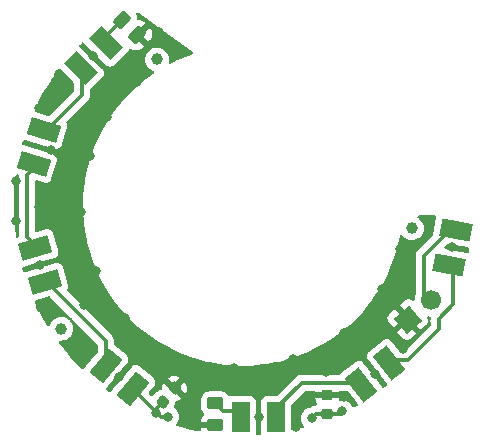
<source format=gbr>
G04 #@! TF.GenerationSoftware,KiCad,Pcbnew,6.0.4-6f826c9f35~116~ubuntu21.10.1*
G04 #@! TF.CreationDate,2023-01-05T16:01:04-05:00*
G04 #@! TF.ProjectId,T36VAIllumination,54333656-4149-46c6-9c75-6d696e617469,rev?*
G04 #@! TF.SameCoordinates,PX1c9c380PYa21fe80*
G04 #@! TF.FileFunction,Copper,L1,Top*
G04 #@! TF.FilePolarity,Positive*
%FSLAX46Y46*%
G04 Gerber Fmt 4.6, Leading zero omitted, Abs format (unit mm)*
G04 Created by KiCad (PCBNEW 6.0.4-6f826c9f35~116~ubuntu21.10.1) date 2023-01-05 16:01:04*
%MOMM*%
%LPD*%
G01*
G04 APERTURE LIST*
G04 Aperture macros list*
%AMRoundRect*
0 Rectangle with rounded corners*
0 $1 Rounding radius*
0 $2 $3 $4 $5 $6 $7 $8 $9 X,Y pos of 4 corners*
0 Add a 4 corners polygon primitive as box body*
4,1,4,$2,$3,$4,$5,$6,$7,$8,$9,$2,$3,0*
0 Add four circle primitives for the rounded corners*
1,1,$1+$1,$2,$3*
1,1,$1+$1,$4,$5*
1,1,$1+$1,$6,$7*
1,1,$1+$1,$8,$9*
0 Add four rect primitives between the rounded corners*
20,1,$1+$1,$2,$3,$4,$5,0*
20,1,$1+$1,$4,$5,$6,$7,0*
20,1,$1+$1,$6,$7,$8,$9,0*
20,1,$1+$1,$8,$9,$2,$3,0*%
%AMHorizOval*
0 Thick line with rounded ends*
0 $1 width*
0 $2 $3 position (X,Y) of the first rounded end (center of the circle)*
0 $4 $5 position (X,Y) of the second rounded end (center of the circle)*
0 Add line between two ends*
20,1,$1,$2,$3,$4,$5,0*
0 Add two circle primitives to create the rounded ends*
1,1,$1,$2,$3*
1,1,$1,$4,$5*%
%AMRotRect*
0 Rectangle, with rotation*
0 The origin of the aperture is its center*
0 $1 length*
0 $2 width*
0 $3 Rotation angle, in degrees counterclockwise*
0 Add horizontal line*
21,1,$1,$2,0,0,$3*%
G04 Aperture macros list end*
G04 #@! TA.AperFunction,ComponentPad*
%ADD10C,0.820000*%
G04 #@! TD*
G04 #@! TA.AperFunction,SMDPad,CuDef*
%ADD11RoundRect,0.250000X-0.450000X0.262500X-0.450000X-0.262500X0.450000X-0.262500X0.450000X0.262500X0*%
G04 #@! TD*
G04 #@! TA.AperFunction,SMDPad,CuDef*
%ADD12RotRect,1.500000X2.600000X286.000000*%
G04 #@! TD*
G04 #@! TA.AperFunction,SMDPad,CuDef*
%ADD13RoundRect,0.225000X0.046884X-0.333057X0.336138X0.011663X-0.046884X0.333057X-0.336138X-0.011663X0*%
G04 #@! TD*
G04 #@! TA.AperFunction,SMDPad,CuDef*
%ADD14RotRect,1.500000X2.600000X38.000000*%
G04 #@! TD*
G04 #@! TA.AperFunction,SMDPad,CuDef*
%ADD15RoundRect,0.225000X0.250000X-0.225000X0.250000X0.225000X-0.250000X0.225000X-0.250000X-0.225000X0*%
G04 #@! TD*
G04 #@! TA.AperFunction,SMDPad,CuDef*
%ADD16RotRect,1.500000X2.600000X79.000000*%
G04 #@! TD*
G04 #@! TA.AperFunction,SMDPad,CuDef*
%ADD17RotRect,1.500000X2.600000X320.000000*%
G04 #@! TD*
G04 #@! TA.AperFunction,SMDPad,CuDef*
%ADD18RotRect,1.500000X2.600000X225.000000*%
G04 #@! TD*
G04 #@! TA.AperFunction,SMDPad,CuDef*
%ADD19C,1.000000*%
G04 #@! TD*
G04 #@! TA.AperFunction,SMDPad,CuDef*
%ADD20R,1.500000X2.600000*%
G04 #@! TD*
G04 #@! TA.AperFunction,SMDPad,CuDef*
%ADD21RotRect,1.500000X2.600000X253.000000*%
G04 #@! TD*
G04 #@! TA.AperFunction,SMDPad,CuDef*
%ADD22RoundRect,0.250000X-0.503814X-0.132583X-0.132583X-0.503814X0.503814X0.132583X0.132583X0.503814X0*%
G04 #@! TD*
G04 #@! TA.AperFunction,ComponentPad*
%ADD23RotRect,1.700000X1.700000X310.000000*%
G04 #@! TD*
G04 #@! TA.AperFunction,ComponentPad*
%ADD24HorizOval,1.700000X0.000000X0.000000X0.000000X0.000000X0*%
G04 #@! TD*
G04 #@! TA.AperFunction,ViaPad*
%ADD25C,0.800000*%
G04 #@! TD*
G04 #@! TA.AperFunction,Conductor*
%ADD26C,0.350000*%
G04 #@! TD*
G04 APERTURE END LIST*
D10*
G04 #@! TO.P,REF\u002A\u002A,1*
G04 #@! TO.N,GND*
X33500000Y7900000D03*
G04 #@! TD*
G04 #@! TO.P,REF\u002A\u002A,1*
G04 #@! TO.N,GND*
X24500000Y1300000D03*
G04 #@! TD*
G04 #@! TO.P,REF\u002A\u002A,1*
G04 #@! TO.N,GND*
X6500000Y11600000D03*
G04 #@! TD*
G04 #@! TO.P,REF\u002A\u002A,1*
G04 #@! TO.N,GND*
X2900000Y11400000D03*
G04 #@! TD*
G04 #@! TO.P,REF\u002A\u002A,1*
G04 #@! TO.N,GND*
X2700000Y19900000D03*
G04 #@! TD*
G04 #@! TO.P,REF\u002A\u002A,1*
G04 #@! TO.N,GND*
X4400000Y31200000D03*
G04 #@! TD*
G04 #@! TO.P,REF\u002A\u002A,1*
G04 #@! TO.N,GND*
X800000Y18700000D03*
G04 #@! TD*
G04 #@! TO.P,REF\u002A\u002A,1*
G04 #@! TO.N,GND*
X27050000Y5900000D03*
G04 #@! TD*
G04 #@! TO.P,REF\u002A\u002A,1*
G04 #@! TO.N,GND*
X15010000Y33100000D03*
G04 #@! TD*
G04 #@! TO.P,REF\u002A\u002A,1*
G04 #@! TO.N,GND*
X17600000Y4950000D03*
G04 #@! TD*
D11*
G04 #@! TO.P,R2,1*
G04 #@! TO.N,Net-(D6-Pad1)*
X17640000Y3272500D03*
G04 #@! TO.P,R2,2*
G04 #@! TO.N,GND*
X17640000Y1447500D03*
G04 #@! TD*
D10*
G04 #@! TO.P,REF\u002A\u002A,1*
G04 #@! TO.N,GND*
X10000000Y10500000D03*
G04 #@! TD*
G04 #@! TO.P,REF\u002A\u002A,1*
G04 #@! TO.N,GND*
X19250000Y6250000D03*
G04 #@! TD*
G04 #@! TO.P,REF\u002A\u002A,1*
G04 #@! TO.N,GND*
X12900000Y34700000D03*
G04 #@! TD*
G04 #@! TO.P,REF\u002A\u002A,1*
G04 #@! TO.N,GND*
X14000000Y7500000D03*
G04 #@! TD*
G04 #@! TO.P,REF\u002A\u002A,1*
G04 #@! TO.N,GND*
X13000000Y5600000D03*
G04 #@! TD*
G04 #@! TO.P,REF\u002A\u002A,1*
G04 #@! TO.N,GND*
X2800000Y15000000D03*
G04 #@! TD*
D12*
G04 #@! TO.P,D2,1,K*
G04 #@! TO.N,Net-(D2-Pad1)*
X2386544Y16441893D03*
G04 #@! TO.P,D2,2,A*
G04 #@! TO.N,Net-(D2-Pad2)*
X3213456Y13558107D03*
G04 #@! TD*
D10*
G04 #@! TO.P,REF\u002A\u002A,1*
G04 #@! TO.N,GND*
X800000Y22100000D03*
G04 #@! TD*
D13*
G04 #@! TO.P,C1,1*
G04 #@! TO.N,VCC*
X13191840Y3366316D03*
G04 #@! TO.P,C1,2*
G04 #@! TO.N,GND*
X14188160Y4553684D03*
G04 #@! TD*
D14*
G04 #@! TO.P,D7,1,K*
G04 #@! TO.N,Net-(D6-Pad2)*
X30017984Y4876508D03*
G04 #@! TO.P,D7,2,A*
G04 #@! TO.N,Net-(D1-Pad1)*
X32382016Y6723492D03*
G04 #@! TD*
D10*
G04 #@! TO.P,REF\u002A\u002A,1*
G04 #@! TO.N,GND*
X7300000Y32700000D03*
G04 #@! TD*
G04 #@! TO.P,REF\u002A\u002A,1*
G04 #@! TO.N,GND*
X7500000Y14500000D03*
G04 #@! TD*
D15*
G04 #@! TO.P,C2,1*
G04 #@! TO.N,VCC*
X27100000Y2425000D03*
G04 #@! TO.P,C2,2*
G04 #@! TO.N,GND*
X27100000Y3975000D03*
G04 #@! TD*
D10*
G04 #@! TO.P,REF\u002A\u002A,1*
G04 #@! TO.N,GND*
X8500000Y27500000D03*
G04 #@! TD*
G04 #@! TO.P,REF\u002A\u002A,1*
G04 #@! TO.N,GND*
X28500000Y9250000D03*
G04 #@! TD*
G04 #@! TO.P,REF\u002A\u002A,1*
G04 #@! TO.N,GND*
X31750000Y13000000D03*
G04 #@! TD*
D16*
G04 #@! TO.P,D1,1,K*
G04 #@! TO.N,Net-(D1-Pad1)*
X37413787Y15027559D03*
G04 #@! TO.P,D1,2,A*
G04 #@! TO.N,VCC*
X37986213Y17972441D03*
G04 #@! TD*
D10*
G04 #@! TO.P,REF\u002A\u002A,1*
G04 #@! TO.N,GND*
X31200000Y5800000D03*
G04 #@! TD*
G04 #@! TO.P,REF\u002A\u002A,1*
G04 #@! TO.N,GND*
X11000000Y30500000D03*
G04 #@! TD*
D17*
G04 #@! TO.P,D3,1,K*
G04 #@! TO.N,Net-(D2-Pad2)*
X8350933Y6464181D03*
G04 #@! TO.P,D3,2,A*
G04 #@! TO.N,VCC*
X10649067Y4535819D03*
G04 #@! TD*
D10*
G04 #@! TO.P,REF\u002A\u002A,1*
G04 #@! TO.N,GND*
X3750000Y24700000D03*
G04 #@! TD*
G04 #@! TO.P,REF\u002A\u002A,1*
G04 #@! TO.N,GND*
X6250000Y19500000D03*
G04 #@! TD*
G04 #@! TO.P,REF\u002A\u002A,1*
G04 #@! TO.N,GND*
X24250000Y7000000D03*
G04 #@! TD*
G04 #@! TO.P,REF\u002A\u002A,1*
G04 #@! TO.N,GND*
X5500000Y7700000D03*
G04 #@! TD*
D18*
G04 #@! TO.P,D4,1,K*
G04 #@! TO.N,Net-(D4-Pad1)*
X8360660Y33760660D03*
G04 #@! TO.P,D4,2,A*
G04 #@! TO.N,Net-(D4-Pad2)*
X6239340Y31639340D03*
G04 #@! TD*
D19*
G04 #@! TO.P,FID3,*
G04 #@! TO.N,*
X12700000Y32400000D03*
G04 #@! TD*
G04 #@! TO.P,FID2,*
G04 #@! TO.N,*
X4600000Y9600000D03*
G04 #@! TD*
D10*
G04 #@! TO.P,REF\u002A\u002A,1*
G04 #@! TO.N,GND*
X9500000Y5500000D03*
G04 #@! TD*
G04 #@! TO.P,REF\u002A\u002A,1*
G04 #@! TO.N,GND*
X15790000Y2130000D03*
G04 #@! TD*
D20*
G04 #@! TO.P,D6,1,K*
G04 #@! TO.N,Net-(D6-Pad1)*
X19800000Y2100000D03*
G04 #@! TO.P,D6,2,A*
G04 #@! TO.N,Net-(D6-Pad2)*
X22800000Y2100000D03*
G04 #@! TD*
D21*
G04 #@! TO.P,D5,1,K*
G04 #@! TO.N,Net-(D4-Pad2)*
X3138558Y26434457D03*
G04 #@! TO.P,D5,2,A*
G04 #@! TO.N,Net-(D2-Pad1)*
X2261442Y23565543D03*
G04 #@! TD*
D10*
G04 #@! TO.P,REF\u002A\u002A,1*
G04 #@! TO.N,GND*
X21300000Y2100000D03*
G04 #@! TD*
G04 #@! TO.P,REF\u002A\u002A,1*
G04 #@! TO.N,GND*
X2700000Y28300000D03*
G04 #@! TD*
G04 #@! TO.P,REF\u002A\u002A,1*
G04 #@! TO.N,GND*
X33260000Y16360000D03*
G04 #@! TD*
D19*
G04 #@! TO.P,FID1,*
G04 #@! TO.N,*
X34300000Y18100000D03*
G04 #@! TD*
D10*
G04 #@! TO.P,REF\u002A\u002A,1*
G04 #@! TO.N,GND*
X37700000Y16500000D03*
G04 #@! TD*
G04 #@! TO.P,REF\u002A\u002A,1*
G04 #@! TO.N,GND*
X7000000Y24250000D03*
G04 #@! TD*
D22*
G04 #@! TO.P,R1,1*
G04 #@! TO.N,Net-(D4-Pad1)*
X9754765Y35745235D03*
G04 #@! TO.P,R1,2*
G04 #@! TO.N,GND*
X11045235Y34454765D03*
G04 #@! TD*
D23*
G04 #@! TO.P,J1,1,Pin_1*
G04 #@! TO.N,GND*
X33923294Y10380446D03*
D24*
G04 #@! TO.P,J1,2,Pin_2*
G04 #@! TO.N,VCC*
X35869047Y12013127D03*
G04 #@! TD*
D25*
G04 #@! TO.N,VCC*
X25790000Y2010000D03*
X12620000Y2430000D03*
X13650000Y2130000D03*
X28400000Y2600000D03*
G04 #@! TO.N,GND*
X28500000Y3800000D03*
X25640000Y3810000D03*
G04 #@! TD*
D26*
G04 #@! TO.N,Net-(D6-Pad2)*
X29850933Y5035819D02*
X24985819Y5035819D01*
X24985819Y5035819D02*
X22800000Y2850000D01*
X22800000Y2850000D02*
X22800000Y2100000D01*
G04 #@! TO.N,Net-(D6-Pad1)*
X19800000Y2100000D02*
X19500000Y2400000D01*
X19500000Y2400000D02*
X19500000Y2600000D01*
X17640000Y3272500D02*
X18312500Y2600000D01*
X18312500Y2600000D02*
X19500000Y2600000D01*
G04 #@! TO.N,VCC*
X35869047Y12013127D02*
X35300000Y12582174D01*
X35300000Y12582174D02*
X35300000Y15800000D01*
X37472441Y17972441D02*
X37986213Y17972441D01*
X35300000Y15800000D02*
X37472441Y17972441D01*
G04 #@! TO.N,Net-(D1-Pad1)*
X37413787Y15027559D02*
X37634757Y15027559D01*
X37634757Y15027559D02*
X37780000Y14882316D01*
G04 #@! TO.N,GND*
X14188160Y4553684D02*
X14046316Y4553684D01*
X14046316Y4553684D02*
X13000000Y5600000D01*
G04 #@! TO.N,VCC*
X28400000Y2600000D02*
X28200000Y2400000D01*
X28200000Y2400000D02*
X27125000Y2400000D01*
X27125000Y2400000D02*
X27100000Y2425000D01*
X13191840Y3366316D02*
X12620000Y2794476D01*
X12620000Y2794476D02*
X12620000Y2430000D01*
G04 #@! TO.N,GND*
X25640000Y3810000D02*
X25800000Y3970000D01*
X25800000Y3970000D02*
X27095000Y3970000D01*
X27095000Y3970000D02*
X27100000Y3975000D01*
G04 #@! TO.N,VCC*
X27100000Y2425000D02*
X26205000Y2425000D01*
X26205000Y2425000D02*
X25790000Y2010000D01*
G04 #@! TO.N,Net-(D1-Pad1)*
X36560000Y9550000D02*
X33974181Y6964181D01*
X37780000Y14882316D02*
X37780000Y11670000D01*
X37780000Y11670000D02*
X36560000Y10450000D01*
X36560000Y10450000D02*
X36560000Y9550000D01*
X33974181Y6964181D02*
X32149067Y6964181D01*
G04 #@! TO.N,GND*
X17640000Y1447500D02*
X16472500Y1447500D01*
X16472500Y1447500D02*
X15790000Y2130000D01*
G04 #@! TO.N,VCC*
X13650000Y2130000D02*
X13054886Y2130000D01*
X13054886Y2130000D02*
X10649067Y4535819D01*
G04 #@! TO.N,Net-(D2-Pad1)*
X1700000Y17360660D02*
X1700000Y22639340D01*
X1700000Y22639340D02*
X2611771Y23551111D01*
X2611771Y16448889D02*
X1700000Y17360660D01*
G04 #@! TO.N,Net-(D2-Pad2)*
X8350933Y8588407D02*
X3388229Y13551111D01*
X8350933Y6464181D02*
X8350933Y8588407D01*
G04 #@! TO.N,Net-(D4-Pad2)*
X6339340Y29400000D02*
X6339340Y31539340D01*
X3388229Y26448889D02*
X6339340Y29400000D01*
G04 #@! TO.N,GND*
X28325000Y3975000D02*
X28500000Y3800000D01*
X27100000Y3975000D02*
X28325000Y3975000D01*
G04 #@! TO.N,Net-(D4-Pad1)*
X8460660Y33660660D02*
X8460660Y34451130D01*
X8460660Y34451130D02*
X9754765Y35745235D01*
G04 #@! TD*
G04 #@! TA.AperFunction,Conductor*
G04 #@! TO.N,GND*
G36*
X11138299Y36345540D02*
G01*
X14294104Y34084665D01*
X15725620Y33059102D01*
X15726284Y33058626D01*
X15770011Y33002694D01*
X15776557Y32931999D01*
X15743844Y32868988D01*
X15690550Y32835955D01*
X15587920Y32803823D01*
X15587914Y32803821D01*
X15586282Y32803310D01*
X15584691Y32802716D01*
X15584673Y32802710D01*
X15081469Y32614891D01*
X14904170Y32548715D01*
X14236739Y32257801D01*
X14112961Y32195725D01*
X13864674Y32071207D01*
X13794815Y32058549D01*
X13729202Y32085668D01*
X13688667Y32143956D01*
X13683182Y32199625D01*
X13704949Y32371929D01*
X13705341Y32400000D01*
X13686194Y32595272D01*
X13684413Y32601171D01*
X13684412Y32601176D01*
X13631265Y32777207D01*
X13629484Y32783106D01*
X13537370Y32956347D01*
X13413361Y33108398D01*
X13262180Y33233465D01*
X13089585Y33326787D01*
X12995868Y33355797D01*
X12908039Y33382985D01*
X12908036Y33382986D01*
X12902152Y33384807D01*
X12896027Y33385451D01*
X12896026Y33385451D01*
X12713147Y33404673D01*
X12713146Y33404673D01*
X12707019Y33405317D01*
X12584383Y33394156D01*
X12517759Y33388093D01*
X12517758Y33388093D01*
X12511618Y33387534D01*
X12505704Y33385793D01*
X12505702Y33385793D01*
X12457992Y33371751D01*
X12323393Y33332136D01*
X12317928Y33329279D01*
X12154972Y33244088D01*
X12154968Y33244085D01*
X12149512Y33241233D01*
X12144712Y33237373D01*
X12144711Y33237373D01*
X12132512Y33227565D01*
X11996600Y33118289D01*
X11870480Y32967984D01*
X11867516Y32962592D01*
X11867513Y32962588D01*
X11857076Y32943603D01*
X11775956Y32796046D01*
X11774095Y32790179D01*
X11774094Y32790177D01*
X11746292Y32702534D01*
X11716628Y32609022D01*
X11694757Y32414037D01*
X11711175Y32218517D01*
X11765258Y32029909D01*
X11768076Y32024426D01*
X11852123Y31860887D01*
X11852126Y31860883D01*
X11854944Y31855399D01*
X11976818Y31701631D01*
X11981511Y31697637D01*
X11981512Y31697636D01*
X12117849Y31581605D01*
X12126238Y31574465D01*
X12297513Y31478743D01*
X12386690Y31449768D01*
X12445295Y31409695D01*
X12472932Y31344298D01*
X12460825Y31274341D01*
X12416009Y31224024D01*
X12341608Y31176075D01*
X11751715Y30749318D01*
X11185630Y30291451D01*
X10644991Y29803799D01*
X10643800Y29802603D01*
X10643789Y29802592D01*
X10488134Y29646210D01*
X10131363Y29287774D01*
X10130222Y29286497D01*
X9647360Y28746131D01*
X9647346Y28746114D01*
X9646234Y28744870D01*
X9191007Y28176659D01*
X8767002Y27584785D01*
X8375444Y26970963D01*
X8374614Y26969493D01*
X8374611Y26969488D01*
X8018304Y26338447D01*
X8017469Y26336968D01*
X7694111Y25684638D01*
X7406308Y25015860D01*
X7405722Y25014267D01*
X7159629Y24345441D01*
X7154893Y24332570D01*
X7154389Y24330933D01*
X7051823Y23997904D01*
X6940593Y23636746D01*
X6940185Y23635113D01*
X6940182Y23635103D01*
X6799635Y23072847D01*
X6764028Y22930403D01*
X6763703Y22928724D01*
X6763702Y22928719D01*
X6713251Y22667989D01*
X6625711Y22215586D01*
X6591029Y21964620D01*
X6526652Y21498782D01*
X6526041Y21494364D01*
X6465306Y20768825D01*
X6465255Y20767116D01*
X6465255Y20767112D01*
X6444440Y20066505D01*
X6443684Y20041070D01*
X6461236Y19313206D01*
X6461367Y19311525D01*
X6461368Y19311510D01*
X6493073Y18905458D01*
X6517911Y18587338D01*
X6518133Y18585659D01*
X6518134Y18585654D01*
X6608944Y17900305D01*
X6613546Y17865570D01*
X6747864Y17149991D01*
X6748261Y17148366D01*
X6748264Y17148350D01*
X6796835Y16949319D01*
X6920475Y16442672D01*
X6920965Y16441050D01*
X6920969Y16441034D01*
X7107516Y15823059D01*
X7130880Y15745660D01*
X7171953Y15632077D01*
X7368013Y15089894D01*
X7378470Y15060975D01*
X7379128Y15059421D01*
X7379132Y15059412D01*
X7661868Y14392154D01*
X7662528Y14390597D01*
X7982232Y13736469D01*
X7983056Y13734990D01*
X7983063Y13734977D01*
X8319698Y13130911D01*
X8336656Y13100482D01*
X8724775Y12484480D01*
X8725748Y12483106D01*
X9080493Y11982017D01*
X9145463Y11890244D01*
X9146500Y11888935D01*
X9146502Y11888932D01*
X9411852Y11553902D01*
X9597505Y11319496D01*
X10079590Y10773887D01*
X10317541Y10532136D01*
X10421905Y10426106D01*
X10590324Y10254997D01*
X11128227Y9764329D01*
X11129544Y9763252D01*
X11129555Y9763242D01*
X11406081Y9537010D01*
X11691743Y9303303D01*
X11693090Y9302317D01*
X12277888Y8874243D01*
X12277904Y8874232D01*
X12279240Y8873254D01*
X12280640Y8872341D01*
X12280651Y8872333D01*
X12887583Y8476361D01*
X12887598Y8476352D01*
X12889017Y8475426D01*
X12904141Y8466681D01*
X13517850Y8111814D01*
X13517868Y8111804D01*
X13519309Y8110971D01*
X14168291Y7780945D01*
X14344717Y7702869D01*
X14832516Y7486997D01*
X14832527Y7486993D01*
X14834085Y7486303D01*
X15173546Y7357433D01*
X15513178Y7228498D01*
X15513189Y7228494D01*
X15514762Y7227897D01*
X16208353Y7006477D01*
X16209973Y7006054D01*
X16209988Y7006050D01*
X16911223Y6823107D01*
X16911230Y6823105D01*
X16912849Y6822683D01*
X17113053Y6781810D01*
X17624558Y6677383D01*
X17624575Y6677380D01*
X17626211Y6677046D01*
X17627884Y6676797D01*
X17627897Y6676795D01*
X18344675Y6570242D01*
X18344690Y6570240D01*
X18346373Y6569990D01*
X18603763Y6545785D01*
X19069558Y6501982D01*
X19069566Y6501981D01*
X19071251Y6501823D01*
X19072952Y6501755D01*
X19072967Y6501754D01*
X19725965Y6475651D01*
X19798747Y6472742D01*
X19800422Y6472765D01*
X19800438Y6472765D01*
X20525047Y6482810D01*
X20525060Y6482811D01*
X20526753Y6482834D01*
X21253163Y6532067D01*
X21254859Y6532274D01*
X21254869Y6532275D01*
X21630982Y6578193D01*
X21975873Y6620299D01*
X22298175Y6677383D01*
X22691134Y6746981D01*
X22691146Y6746984D01*
X22692792Y6747275D01*
X23012363Y6821800D01*
X23400193Y6912243D01*
X23400200Y6912245D01*
X23401843Y6912628D01*
X23723191Y7006050D01*
X24099358Y7115409D01*
X24099365Y7115411D01*
X24100974Y7115879D01*
X24102553Y7116432D01*
X24102560Y7116434D01*
X24398156Y7219912D01*
X24788161Y7356439D01*
X25461415Y7633611D01*
X25462920Y7634328D01*
X25462930Y7634332D01*
X26117262Y7945868D01*
X26117274Y7945874D01*
X26118786Y7946594D01*
X26758371Y8294481D01*
X26759803Y8295363D01*
X26759817Y8295371D01*
X27376848Y8675360D01*
X27376851Y8675362D01*
X27378319Y8676266D01*
X27379724Y8677239D01*
X27379739Y8677249D01*
X27975437Y9089873D01*
X27975453Y9089885D01*
X27976835Y9090842D01*
X28089835Y9178470D01*
X28258864Y9309547D01*
X33051324Y9309547D01*
X33054981Y9302589D01*
X33458095Y8822177D01*
X33462746Y8817207D01*
X33499684Y8781783D01*
X33512262Y8772434D01*
X33624283Y8709185D01*
X33640833Y8702732D01*
X33765058Y8673709D01*
X33782753Y8672161D01*
X33910127Y8679171D01*
X33927554Y8682653D01*
X34048853Y8725488D01*
X34062865Y8732512D01*
X34105392Y8760982D01*
X34110835Y8765068D01*
X34587746Y9165245D01*
X34596545Y9178470D01*
X34596574Y9180309D01*
X34592917Y9187267D01*
X33903632Y10008725D01*
X33890407Y10017524D01*
X33888568Y10017553D01*
X33881610Y10013896D01*
X33060152Y9324611D01*
X33051353Y9311386D01*
X33051324Y9309547D01*
X28258864Y9309547D01*
X28550839Y9535964D01*
X28550854Y9535976D01*
X28552187Y9537010D01*
X28553472Y9538122D01*
X28553484Y9538132D01*
X29037263Y9956836D01*
X29102708Y10013478D01*
X29112472Y10022893D01*
X29383233Y10283990D01*
X29626804Y10518867D01*
X29628778Y10520987D01*
X32215009Y10520987D01*
X32222019Y10393613D01*
X32225501Y10376186D01*
X32268336Y10254887D01*
X32275360Y10240875D01*
X32303830Y10198348D01*
X32307916Y10192905D01*
X32708093Y9715994D01*
X32721318Y9707195D01*
X32723157Y9707166D01*
X32730115Y9710823D01*
X33551573Y10400108D01*
X33560372Y10413333D01*
X33560401Y10415172D01*
X33556744Y10422130D01*
X32867459Y11243588D01*
X32854234Y11252387D01*
X32852395Y11252416D01*
X32845437Y11248759D01*
X32365025Y10845645D01*
X32360055Y10840994D01*
X32324631Y10804056D01*
X32315282Y10791478D01*
X32252033Y10679457D01*
X32245580Y10662907D01*
X32216557Y10538682D01*
X32215009Y10520987D01*
X29628778Y10520987D01*
X30122960Y11051713D01*
X30287568Y11248759D01*
X30588653Y11609177D01*
X30588659Y11609184D01*
X30589737Y11610475D01*
X30915774Y12046432D01*
X31024768Y12192173D01*
X31024770Y12192175D01*
X31025785Y12193533D01*
X31429842Y12799201D01*
X31634745Y13145327D01*
X31799861Y13424244D01*
X31799863Y13424248D01*
X31800737Y13425724D01*
X32137397Y14071290D01*
X32138080Y14072792D01*
X32138088Y14072808D01*
X32438152Y14732499D01*
X32438848Y14734029D01*
X32464763Y14800238D01*
X32601698Y15150097D01*
X32704216Y15412022D01*
X32771835Y15616574D01*
X32868910Y15910238D01*
X32932733Y16103307D01*
X32936805Y16118284D01*
X33123297Y16804258D01*
X33123301Y16804276D01*
X33123738Y16805882D01*
X33125051Y16811990D01*
X33264980Y17463266D01*
X33298846Y17525665D01*
X33361070Y17559849D01*
X33431899Y17554966D01*
X33486914Y17515063D01*
X33576818Y17401631D01*
X33581511Y17397637D01*
X33581512Y17397636D01*
X33658535Y17332085D01*
X33726238Y17274465D01*
X33731616Y17271459D01*
X33731618Y17271458D01*
X33767932Y17251163D01*
X33897513Y17178743D01*
X34084118Y17118111D01*
X34278946Y17094879D01*
X34285081Y17095351D01*
X34285083Y17095351D01*
X34468434Y17109459D01*
X34468438Y17109460D01*
X34474576Y17109932D01*
X34663556Y17162697D01*
X34838689Y17251163D01*
X34868515Y17274465D01*
X34942265Y17332085D01*
X34993303Y17371960D01*
X35004631Y17385083D01*
X35117485Y17515827D01*
X35117485Y17515828D01*
X35121509Y17520489D01*
X35218425Y17691091D01*
X35280358Y17877268D01*
X35304949Y18071929D01*
X35305341Y18100000D01*
X35286194Y18295272D01*
X35284413Y18301171D01*
X35284412Y18301176D01*
X35231265Y18477207D01*
X35229484Y18483106D01*
X35137370Y18656347D01*
X35013361Y18808398D01*
X34862180Y18933465D01*
X34856760Y18936395D01*
X34856755Y18936399D01*
X34822974Y18954664D01*
X34772565Y19004659D01*
X34757187Y19073970D01*
X34781723Y19140592D01*
X34838383Y19183373D01*
X34882902Y19191500D01*
X36227974Y19191500D01*
X36296095Y19171498D01*
X36342588Y19117842D01*
X36351659Y19041458D01*
X36063879Y17560957D01*
X36029289Y17495904D01*
X34836541Y16303156D01*
X34830276Y16297302D01*
X34788330Y16260710D01*
X34752934Y16210345D01*
X34749022Y16205080D01*
X34711065Y16156672D01*
X34707939Y16149748D01*
X34705329Y16145439D01*
X34699958Y16136024D01*
X34697573Y16131576D01*
X34693205Y16125361D01*
X34670858Y16068043D01*
X34668306Y16061971D01*
X34642986Y16005895D01*
X34641600Y15998418D01*
X34640090Y15993598D01*
X34637118Y15983165D01*
X34635870Y15978304D01*
X34633111Y15971228D01*
X34625180Y15910980D01*
X34625082Y15910238D01*
X34624050Y15903722D01*
X34612839Y15843233D01*
X34613276Y15835653D01*
X34613276Y15835652D01*
X34616291Y15783358D01*
X34616500Y15776106D01*
X34616500Y12610219D01*
X34616208Y12601651D01*
X34612939Y12553690D01*
X34601518Y12509207D01*
X34591916Y12488522D01*
X34591914Y12488515D01*
X34589735Y12483822D01*
X34530036Y12268557D01*
X34529487Y12263420D01*
X34511032Y12090734D01*
X34483904Y12025124D01*
X34425611Y11984596D01*
X34354662Y11982017D01*
X34323796Y11994404D01*
X34222305Y12051707D01*
X34205755Y12058160D01*
X34081530Y12087183D01*
X34063835Y12088731D01*
X33936461Y12081721D01*
X33919034Y12078239D01*
X33797735Y12035404D01*
X33783723Y12028380D01*
X33741196Y11999910D01*
X33735753Y11995824D01*
X33258842Y11595647D01*
X33250043Y11582422D01*
X33250014Y11580583D01*
X33253671Y11573625D01*
X34258395Y10376242D01*
X34979129Y9517304D01*
X34992354Y9508505D01*
X34994193Y9508476D01*
X35001151Y9512133D01*
X35481563Y9915247D01*
X35486533Y9919898D01*
X35521957Y9956836D01*
X35531306Y9969414D01*
X35594555Y10081435D01*
X35601009Y10097987D01*
X35627804Y10212678D01*
X35662779Y10274462D01*
X35667787Y10277098D01*
X35629604Y10336511D01*
X35624690Y10365085D01*
X35624569Y10367279D01*
X35621087Y10384707D01*
X35583268Y10491802D01*
X35579446Y10562696D01*
X35614559Y10624402D01*
X35677458Y10657329D01*
X35707604Y10658508D01*
X35707643Y10659560D01*
X35715369Y10659277D01*
X35756468Y10657770D01*
X35823810Y10635286D01*
X35868305Y10579963D01*
X35875742Y10508896D01*
X35872839Y10493233D01*
X35873276Y10485653D01*
X35873276Y10485652D01*
X35876291Y10433358D01*
X35876500Y10426106D01*
X35876500Y10372009D01*
X35856498Y10303888D01*
X35826607Y10277987D01*
X35852513Y10257968D01*
X35876500Y10184013D01*
X35876500Y9885305D01*
X35856498Y9817184D01*
X35839595Y9796210D01*
X33727971Y7684586D01*
X33665659Y7650560D01*
X33638876Y7647681D01*
X33318474Y7647681D01*
X33250353Y7667683D01*
X33219185Y7696108D01*
X32545839Y8557951D01*
X32545835Y8557956D01*
X32543733Y8560646D01*
X32541359Y8563087D01*
X32541354Y8563093D01*
X32505634Y8599824D01*
X32500127Y8605487D01*
X32375867Y8681485D01*
X32332327Y8693273D01*
X32243939Y8717205D01*
X32243935Y8717205D01*
X32235272Y8719551D01*
X32226298Y8719371D01*
X32226297Y8719371D01*
X32152068Y8717881D01*
X32089644Y8716628D01*
X32081084Y8713937D01*
X32081082Y8713937D01*
X31958227Y8675320D01*
X31958223Y8675318D01*
X31950689Y8672950D01*
X31897530Y8639990D01*
X31894837Y8637886D01*
X30642349Y7659335D01*
X30642344Y7659331D01*
X30639654Y7657229D01*
X30637213Y7654855D01*
X30637207Y7654850D01*
X30615367Y7633611D01*
X30594813Y7613623D01*
X30590693Y7606886D01*
X30590691Y7606884D01*
X30541891Y7527093D01*
X30518816Y7489363D01*
X30480749Y7348768D01*
X30480929Y7339795D01*
X30480929Y7339794D01*
X30482039Y7284519D01*
X30483672Y7203140D01*
X30486363Y7194580D01*
X30486363Y7194578D01*
X30524980Y7071723D01*
X30524982Y7071719D01*
X30527350Y7064185D01*
X30560310Y7011026D01*
X30562414Y7008333D01*
X32163860Y4958576D01*
X32190038Y4892582D01*
X32176380Y4822911D01*
X32144336Y4783465D01*
X32017177Y4679476D01*
X32006093Y4670412D01*
X32001663Y4666952D01*
X31959601Y4635578D01*
X31893038Y4610882D01*
X31823690Y4626093D01*
X31784977Y4659003D01*
X31776064Y4670412D01*
X31056814Y5591009D01*
X30181807Y6710967D01*
X30181803Y6710972D01*
X30179701Y6713662D01*
X30177327Y6716103D01*
X30177322Y6716109D01*
X30141602Y6752840D01*
X30136095Y6758503D01*
X30011835Y6834501D01*
X29968295Y6846289D01*
X29879907Y6870221D01*
X29879903Y6870221D01*
X29871240Y6872567D01*
X29862266Y6872387D01*
X29862265Y6872387D01*
X29788036Y6870897D01*
X29725612Y6869644D01*
X29717052Y6866953D01*
X29717050Y6866953D01*
X29594195Y6828336D01*
X29594191Y6828334D01*
X29586657Y6825966D01*
X29533498Y6793006D01*
X29530805Y6790902D01*
X28278317Y5812351D01*
X28278312Y5812347D01*
X28275622Y5810245D01*
X28273181Y5807871D01*
X28273175Y5807866D01*
X28253301Y5788539D01*
X28230781Y5766639D01*
X28229848Y5765114D01*
X28173919Y5725934D01*
X28133629Y5719319D01*
X25013875Y5719319D01*
X25005305Y5719611D01*
X25004262Y5719682D01*
X24949785Y5723396D01*
X24942308Y5722091D01*
X24942305Y5722091D01*
X24889161Y5712816D01*
X24882638Y5711853D01*
X24829127Y5705377D01*
X24829126Y5705377D01*
X24821584Y5704464D01*
X24814474Y5701778D01*
X24809571Y5700573D01*
X24799085Y5697705D01*
X24794293Y5696258D01*
X24786815Y5694953D01*
X24779863Y5691901D01*
X24779862Y5691901D01*
X24730478Y5670224D01*
X24724373Y5667733D01*
X24673937Y5648674D01*
X24673934Y5648672D01*
X24666830Y5645988D01*
X24660573Y5641688D01*
X24656105Y5639352D01*
X24646659Y5634094D01*
X24642293Y5631512D01*
X24635334Y5628457D01*
X24586515Y5590996D01*
X24581196Y5587133D01*
X24542498Y5560536D01*
X24530493Y5552285D01*
X24525442Y5546616D01*
X24490587Y5507496D01*
X24485606Y5502221D01*
X22928790Y3945405D01*
X22866478Y3911379D01*
X22839695Y3908500D01*
X22001866Y3908500D01*
X21939684Y3901745D01*
X21803295Y3850615D01*
X21686739Y3763261D01*
X21599385Y3646705D01*
X21548255Y3510316D01*
X21541500Y3448134D01*
X21541500Y751866D01*
X21541869Y748472D01*
X21541869Y748469D01*
X21543070Y737414D01*
X21530542Y667531D01*
X21482221Y615516D01*
X21425464Y598039D01*
X21188281Y583599D01*
X21119071Y599424D01*
X21069403Y650156D01*
X21055361Y722975D01*
X21056585Y734234D01*
X21058500Y751866D01*
X21058500Y3448134D01*
X21051745Y3510316D01*
X21000615Y3646705D01*
X20913261Y3763261D01*
X20796705Y3850615D01*
X20660316Y3901745D01*
X20598134Y3908500D01*
X19001866Y3908500D01*
X18939684Y3901745D01*
X18932288Y3898973D01*
X18932282Y3898971D01*
X18886740Y3881898D01*
X18815932Y3876715D01*
X18753564Y3910637D01*
X18735367Y3933577D01*
X18692332Y4003120D01*
X18688478Y4009348D01*
X18563303Y4134305D01*
X18557072Y4138146D01*
X18418968Y4223275D01*
X18418966Y4223276D01*
X18412738Y4227115D01*
X18308114Y4261817D01*
X18251389Y4280632D01*
X18251387Y4280632D01*
X18244861Y4282797D01*
X18238025Y4283497D01*
X18238022Y4283498D01*
X18185686Y4288860D01*
X18140400Y4293500D01*
X17139600Y4293500D01*
X17136354Y4293163D01*
X17136350Y4293163D01*
X17040692Y4283238D01*
X17040688Y4283237D01*
X17033834Y4282526D01*
X17027298Y4280345D01*
X17027296Y4280345D01*
X16945640Y4253102D01*
X16866054Y4226550D01*
X16715652Y4133478D01*
X16590695Y4008303D01*
X16586855Y4002073D01*
X16586854Y4002072D01*
X16509583Y3876715D01*
X16497885Y3857738D01*
X16493736Y3845229D01*
X16448038Y3707452D01*
X16442203Y3689861D01*
X16441503Y3683025D01*
X16441502Y3683022D01*
X16437781Y3646705D01*
X16431500Y3585400D01*
X16431500Y2959600D01*
X16431837Y2956354D01*
X16431837Y2956350D01*
X16440163Y2876109D01*
X16442474Y2853834D01*
X16444655Y2847298D01*
X16444655Y2847296D01*
X16461263Y2797516D01*
X16498450Y2686054D01*
X16591522Y2535652D01*
X16596704Y2530479D01*
X16678463Y2448862D01*
X16712542Y2386579D01*
X16707539Y2315759D01*
X16678618Y2270671D01*
X16596261Y2188171D01*
X16587249Y2176760D01*
X16502184Y2038757D01*
X16496037Y2025576D01*
X16444862Y1871290D01*
X16441995Y1857914D01*
X16432328Y1763562D01*
X16432000Y1757145D01*
X16432000Y1719615D01*
X16436475Y1704376D01*
X16437865Y1703171D01*
X16445548Y1701500D01*
X17768000Y1701500D01*
X17836121Y1681498D01*
X17882614Y1627842D01*
X17894000Y1575500D01*
X17894000Y1319500D01*
X17873998Y1251379D01*
X17820342Y1204886D01*
X17768000Y1193500D01*
X16450116Y1193500D01*
X16434877Y1189025D01*
X16433672Y1187635D01*
X16432001Y1179952D01*
X16432001Y1137905D01*
X16432338Y1131386D01*
X16441321Y1044809D01*
X16428456Y974988D01*
X16379885Y923206D01*
X16311029Y905904D01*
X16290109Y908494D01*
X16080996Y952390D01*
X15604971Y1052315D01*
X15599532Y1053584D01*
X14764048Y1268282D01*
X14758635Y1269802D01*
X14429653Y1370183D01*
X14370335Y1409195D01*
X14341525Y1474084D01*
X14352370Y1544247D01*
X14372786Y1575004D01*
X14389040Y1593056D01*
X14484527Y1758444D01*
X14543542Y1940072D01*
X14549127Y1993205D01*
X14562814Y2123435D01*
X14563504Y2130000D01*
X14543542Y2319928D01*
X14484527Y2501556D01*
X14461624Y2541226D01*
X14392341Y2661226D01*
X14389040Y2666944D01*
X14369302Y2688866D01*
X14265675Y2803955D01*
X14265674Y2803956D01*
X14261253Y2808866D01*
X14255363Y2813146D01*
X14204707Y2849949D01*
X14161353Y2906171D01*
X14155278Y2976907D01*
X14172103Y3017001D01*
X14171735Y3017195D01*
X14173936Y3021367D01*
X14174405Y3022485D01*
X14178815Y3029004D01*
X14241640Y3188088D01*
X14242690Y3195329D01*
X14242691Y3195333D01*
X14265132Y3350113D01*
X14266183Y3357359D01*
X14265538Y3364653D01*
X14265743Y3371969D01*
X14268051Y3371905D01*
X14279788Y3430589D01*
X14329140Y3481627D01*
X14370510Y3494530D01*
X14370239Y3495841D01*
X14391645Y3500274D01*
X14539983Y3549476D01*
X14553164Y3555623D01*
X14686584Y3637864D01*
X14697368Y3646259D01*
X14762936Y3709909D01*
X14766370Y3713601D01*
X14772637Y3727921D01*
X14772347Y3729738D01*
X14767536Y3735956D01*
X14219467Y4195841D01*
X13756497Y4584318D01*
X14551279Y4584318D01*
X14551570Y4582502D01*
X14556379Y4576286D01*
X15090572Y4128045D01*
X15105124Y4121676D01*
X15106940Y4121967D01*
X15113157Y4126776D01*
X15115018Y4128994D01*
X15118941Y4134192D01*
X15170827Y4210898D01*
X15177225Y4223025D01*
X15234785Y4368778D01*
X15238524Y4382830D01*
X15260950Y4537495D01*
X15261357Y4552033D01*
X15247599Y4707712D01*
X15244651Y4721948D01*
X15195449Y4870286D01*
X15189301Y4883469D01*
X15107067Y5016880D01*
X15098665Y5027673D01*
X15035008Y5093247D01*
X15030308Y5097617D01*
X15012404Y5112641D01*
X14997852Y5119010D01*
X14996038Y5118719D01*
X14989816Y5113906D01*
X14557648Y4598870D01*
X14551279Y4584318D01*
X13756497Y4584318D01*
X13285748Y4979323D01*
X13271196Y4985692D01*
X13269380Y4985401D01*
X13263163Y4980592D01*
X13261302Y4978374D01*
X13257379Y4973176D01*
X13205493Y4896470D01*
X13199095Y4884343D01*
X13141535Y4738590D01*
X13137796Y4724538D01*
X13115370Y4569873D01*
X13114759Y4548017D01*
X13112292Y4548086D01*
X13100666Y4489955D01*
X13051316Y4438916D01*
X13009413Y4425846D01*
X13009660Y4424651D01*
X13002491Y4423166D01*
X12995199Y4422522D01*
X12988252Y4420218D01*
X12988248Y4420217D01*
X12914356Y4395707D01*
X12832856Y4368675D01*
X12826627Y4364836D01*
X12826626Y4364835D01*
X12802900Y4350210D01*
X12687254Y4278925D01*
X12682325Y4274140D01*
X12682321Y4274137D01*
X12660653Y4253102D01*
X12614387Y4208188D01*
X12612312Y4205715D01*
X12612311Y4205714D01*
X12396591Y3948630D01*
X12337482Y3909303D01*
X12266494Y3908177D01*
X12210975Y3940526D01*
X12065025Y4086476D01*
X12030999Y4148788D01*
X12036064Y4219603D01*
X12057598Y4256562D01*
X12062008Y4261817D01*
X12401956Y4666952D01*
X12477508Y4756991D01*
X12477508Y4756992D01*
X12479698Y4759601D01*
X12514493Y4811578D01*
X12544471Y4896470D01*
X12560005Y4940458D01*
X12560005Y4940460D01*
X12562994Y4948923D01*
X12570998Y5094360D01*
X12556114Y5158071D01*
X12539903Y5227456D01*
X12537861Y5236198D01*
X12508820Y5287633D01*
X12470131Y5356157D01*
X12470129Y5356160D01*
X12466247Y5363035D01*
X12450509Y5379447D01*
X13603683Y5379447D01*
X13603973Y5377630D01*
X13608784Y5371412D01*
X14142975Y4923172D01*
X14157527Y4916803D01*
X14159343Y4917094D01*
X14165559Y4921903D01*
X14597731Y5436944D01*
X14604100Y5451496D01*
X14603809Y5453311D01*
X14598998Y5459531D01*
X14577625Y5477465D01*
X14572432Y5481383D01*
X14495725Y5533271D01*
X14483601Y5539666D01*
X14337845Y5597229D01*
X14323795Y5600967D01*
X14169128Y5623392D01*
X14154589Y5623799D01*
X13998911Y5610042D01*
X13984675Y5607094D01*
X13836337Y5557892D01*
X13823156Y5551745D01*
X13689736Y5469504D01*
X13678952Y5461109D01*
X13613384Y5397459D01*
X13609950Y5393767D01*
X13603683Y5379447D01*
X12450509Y5379447D01*
X12422955Y5408180D01*
X11200142Y6434241D01*
X11148166Y6469036D01*
X11137672Y6472742D01*
X11019287Y6514548D01*
X11010820Y6517538D01*
X10865383Y6525541D01*
X10856648Y6523500D01*
X10856645Y6523500D01*
X10789225Y6507748D01*
X10723545Y6492404D01*
X10596708Y6420790D01*
X10551564Y6377498D01*
X10549374Y6374888D01*
X10549373Y6374887D01*
X8980164Y4504777D01*
X8818436Y4312037D01*
X8806027Y4293500D01*
X8792799Y4273741D01*
X8738282Y4228261D01*
X8667831Y4219475D01*
X8616073Y4240449D01*
X8548869Y4287268D01*
X8544361Y4290561D01*
X8415185Y4389398D01*
X8373239Y4446678D01*
X8368919Y4517543D01*
X8404541Y4580408D01*
X8408619Y4584318D01*
X8448436Y4622502D01*
X8545846Y4738590D01*
X10179374Y6685353D01*
X10179374Y6685354D01*
X10181564Y6687963D01*
X10216359Y6739940D01*
X10218989Y6747387D01*
X10261871Y6868820D01*
X10261871Y6868822D01*
X10264860Y6877285D01*
X10272864Y7022722D01*
X10239727Y7164560D01*
X10235313Y7172378D01*
X10171997Y7284519D01*
X10171995Y7284522D01*
X10168113Y7291397D01*
X10124821Y7336542D01*
X9079442Y8213718D01*
X9040115Y8272828D01*
X9034433Y8310240D01*
X9034433Y8560362D01*
X9034725Y8568931D01*
X9037993Y8616865D01*
X9037993Y8616869D01*
X9038509Y8624441D01*
X9036318Y8637000D01*
X9027931Y8685054D01*
X9026968Y8691578D01*
X9020491Y8745098D01*
X9019578Y8752642D01*
X9016891Y8759752D01*
X9015687Y8764655D01*
X9012819Y8775141D01*
X9011372Y8779933D01*
X9010067Y8787411D01*
X9007015Y8794364D01*
X8985338Y8843748D01*
X8982847Y8849853D01*
X8963788Y8900289D01*
X8963786Y8900292D01*
X8961102Y8907396D01*
X8956802Y8913653D01*
X8954466Y8918121D01*
X8949208Y8927567D01*
X8946626Y8931933D01*
X8943571Y8938892D01*
X8906110Y8987711D01*
X8902247Y8993030D01*
X8871702Y9037472D01*
X8867399Y9043733D01*
X8822609Y9083640D01*
X8817335Y9088620D01*
X5127991Y12777964D01*
X5093965Y12840276D01*
X5099030Y12911091D01*
X5110013Y12931065D01*
X5109368Y12931423D01*
X5113720Y12939274D01*
X5119141Y12946429D01*
X5170984Y13082548D01*
X5182540Y13227746D01*
X5171893Y13289382D01*
X5099874Y13540542D01*
X4732843Y14820532D01*
X4732842Y14820535D01*
X4731902Y14823813D01*
X4708269Y14881724D01*
X4621526Y14998736D01*
X4505429Y15086699D01*
X4473290Y15098940D01*
X4377697Y15135348D01*
X4377695Y15135348D01*
X4369310Y15138542D01*
X4360366Y15139254D01*
X4360365Y15139254D01*
X4241012Y15148752D01*
X4224111Y15150097D01*
X4216325Y15148752D01*
X4216322Y15148752D01*
X4186832Y15143658D01*
X4162476Y15139451D01*
X4159190Y15138509D01*
X4159191Y15138509D01*
X1573938Y14397200D01*
X1573935Y14397199D01*
X1570657Y14396259D01*
X1567506Y14394973D01*
X1567500Y14394971D01*
X1542026Y14384575D01*
X1471397Y14377356D01*
X1408077Y14409467D01*
X1373788Y14464843D01*
X1305185Y14692246D01*
X1304604Y14694170D01*
X1304078Y14765163D01*
X1342019Y14825172D01*
X1403784Y14854721D01*
X1437524Y14860549D01*
X2412201Y15140033D01*
X4026062Y15602800D01*
X4026065Y15602801D01*
X4029343Y15603741D01*
X4032494Y15605027D01*
X4032500Y15605029D01*
X4079942Y15624390D01*
X4087254Y15627374D01*
X4204267Y15714117D01*
X4292229Y15830215D01*
X4300031Y15850700D01*
X4340878Y15957947D01*
X4340878Y15957949D01*
X4344072Y15966334D01*
X4355628Y16111532D01*
X4350681Y16140174D01*
X4345562Y16169804D01*
X4344981Y16173168D01*
X4307708Y16303156D01*
X3905931Y17704318D01*
X3905930Y17704321D01*
X3904990Y17707599D01*
X3895886Y17729909D01*
X3884341Y17758198D01*
X3881357Y17765510D01*
X3858178Y17796777D01*
X3799963Y17875307D01*
X3799961Y17875309D01*
X3794614Y17882522D01*
X3678517Y17970485D01*
X3646378Y17982726D01*
X3550785Y18019134D01*
X3550783Y18019134D01*
X3542398Y18022328D01*
X3533454Y18023040D01*
X3533453Y18023040D01*
X3414100Y18032538D01*
X3397199Y18033883D01*
X3389413Y18032538D01*
X3389410Y18032538D01*
X3359920Y18027444D01*
X3335564Y18023237D01*
X3332278Y18022295D01*
X3332279Y18022295D01*
X2544230Y17796326D01*
X2473235Y17796777D01*
X2413754Y17835539D01*
X2384671Y17900305D01*
X2383500Y17917445D01*
X2383500Y22041944D01*
X2403502Y22110065D01*
X2457158Y22156558D01*
X2527432Y22166662D01*
X2546339Y22162438D01*
X3179460Y21968873D01*
X3179466Y21968871D01*
X3182719Y21967877D01*
X3186061Y21967240D01*
X3186067Y21967238D01*
X3220167Y21960734D01*
X3244159Y21956157D01*
X3252044Y21956646D01*
X3252046Y21956646D01*
X3380575Y21964620D01*
X3389537Y21965176D01*
X3397981Y21968224D01*
X3397984Y21968225D01*
X3518092Y22011586D01*
X3518093Y22011586D01*
X3526540Y22014636D01*
X3644155Y22100559D01*
X3651463Y22110065D01*
X3728112Y22209776D01*
X3732927Y22216039D01*
X3757567Y22273529D01*
X3758566Y22276796D01*
X4223275Y23796789D01*
X4223277Y23796795D01*
X4224271Y23800048D01*
X4235991Y23861488D01*
X4226972Y24006866D01*
X4177512Y24143869D01*
X4091589Y24261484D01*
X3976109Y24350256D01*
X3918619Y24374896D01*
X3915355Y24375894D01*
X3915352Y24375895D01*
X3323494Y24556844D01*
X1387716Y25148671D01*
X1328422Y25187714D01*
X1299648Y25252619D01*
X1303713Y25304839D01*
X1369120Y25526398D01*
X1407591Y25586068D01*
X1472214Y25615467D01*
X1526803Y25611217D01*
X4056576Y24837787D01*
X4056582Y24837785D01*
X4059835Y24836791D01*
X4063177Y24836154D01*
X4063183Y24836152D01*
X4097283Y24829648D01*
X4121275Y24825071D01*
X4129160Y24825560D01*
X4129162Y24825560D01*
X4257691Y24833534D01*
X4266653Y24834090D01*
X4275097Y24837138D01*
X4275100Y24837139D01*
X4395208Y24880500D01*
X4395209Y24880500D01*
X4403656Y24883550D01*
X4521271Y24969473D01*
X4610043Y25084953D01*
X4634683Y25142443D01*
X4668367Y25252619D01*
X5100391Y26665703D01*
X5100393Y26665709D01*
X5101387Y26668962D01*
X5113107Y26730402D01*
X5104088Y26875780D01*
X5054628Y27012783D01*
X5050146Y27018918D01*
X5035966Y27087776D01*
X5061514Y27154017D01*
X5072442Y27166487D01*
X6802799Y28896844D01*
X6809064Y28902698D01*
X6845285Y28934296D01*
X6851010Y28939290D01*
X6886406Y28989655D01*
X6890320Y28994923D01*
X6923588Y29037351D01*
X6928275Y29043328D01*
X6931401Y29050252D01*
X6934011Y29054561D01*
X6939382Y29063976D01*
X6941767Y29068424D01*
X6946135Y29074639D01*
X6968484Y29131961D01*
X6971038Y29138038D01*
X6993227Y29187180D01*
X6996354Y29194105D01*
X6997740Y29201582D01*
X6999250Y29206402D01*
X7002222Y29216835D01*
X7003470Y29221696D01*
X7006229Y29228772D01*
X7014258Y29289762D01*
X7015290Y29296278D01*
X7025117Y29349300D01*
X7026501Y29356767D01*
X7023049Y29416642D01*
X7022840Y29423894D01*
X7022840Y29813044D01*
X7042842Y29881165D01*
X7059745Y29902139D01*
X8082509Y30924903D01*
X8121701Y30973649D01*
X8181989Y31106245D01*
X8191990Y31176075D01*
X8201365Y31241542D01*
X8202638Y31250431D01*
X8190468Y31335414D01*
X8183262Y31385731D01*
X8183261Y31385734D01*
X8181989Y31394617D01*
X8175134Y31409695D01*
X8124970Y31520023D01*
X8121701Y31527213D01*
X8112113Y31539139D01*
X8101304Y31552582D01*
X8082509Y31575959D01*
X6175959Y33482509D01*
X6176048Y33482598D01*
X6139284Y33542044D01*
X6140516Y33613030D01*
X6171015Y33663864D01*
X6333631Y33828944D01*
X6395686Y33863437D01*
X6466538Y33858904D01*
X6516762Y33824948D01*
X6517491Y33824041D01*
X8424041Y31917491D01*
X8472787Y31878299D01*
X8479978Y31875030D01*
X8479977Y31875030D01*
X8597214Y31821725D01*
X8597215Y31821725D01*
X8605383Y31818011D01*
X8614266Y31816739D01*
X8614269Y31816738D01*
X8740680Y31798635D01*
X8749569Y31797362D01*
X8758458Y31798635D01*
X8884869Y31816738D01*
X8884872Y31816739D01*
X8893755Y31818011D01*
X8901923Y31821725D01*
X8901924Y31821725D01*
X9019161Y31875030D01*
X9019160Y31875030D01*
X9026351Y31878299D01*
X9075097Y31917491D01*
X10203829Y33046223D01*
X10243021Y33094969D01*
X10303309Y33227565D01*
X10304582Y33236452D01*
X10306281Y33242263D01*
X10344598Y33302033D01*
X10409145Y33331598D01*
X10479430Y33321573D01*
X10495501Y33312794D01*
X10500945Y33309283D01*
X10646339Y33236633D01*
X10660013Y33231683D01*
X10817812Y33194528D01*
X10832257Y33192856D01*
X10994374Y33192997D01*
X11008810Y33194693D01*
X11166547Y33232126D01*
X11180211Y33237099D01*
X11325495Y33310010D01*
X11336980Y33317441D01*
X11410542Y33377329D01*
X11415293Y33381618D01*
X11574424Y33540750D01*
X11582035Y33554688D01*
X11581903Y33556524D01*
X11577654Y33563136D01*
X10775120Y34365670D01*
X10741094Y34427982D01*
X10742929Y34453633D01*
X11409643Y34453633D01*
X11409774Y34451800D01*
X11414025Y34445185D01*
X11933630Y33925580D01*
X11947574Y33917966D01*
X11949407Y33918097D01*
X11956021Y33922347D01*
X12118338Y34084665D01*
X12122706Y34089510D01*
X12183285Y34164114D01*
X12190716Y34175639D01*
X12263367Y34321034D01*
X12268317Y34334708D01*
X12305472Y34492507D01*
X12307144Y34506952D01*
X12307003Y34669069D01*
X12305307Y34683505D01*
X12267874Y34841242D01*
X12262901Y34854906D01*
X12189990Y35000190D01*
X12182559Y35011675D01*
X12122678Y35085229D01*
X12118370Y35090000D01*
X12091837Y35116533D01*
X12077893Y35124147D01*
X12076060Y35124016D01*
X12069445Y35119765D01*
X11417257Y34467577D01*
X11409643Y34453633D01*
X10742929Y34453633D01*
X10746159Y34498797D01*
X10775120Y34543860D01*
X11707002Y35475742D01*
X11714616Y35489686D01*
X11714485Y35491519D01*
X11710234Y35498134D01*
X11680502Y35527866D01*
X11675658Y35532234D01*
X11601051Y35592815D01*
X11589526Y35600246D01*
X11444131Y35672897D01*
X11430457Y35677847D01*
X11272658Y35715002D01*
X11258213Y35716674D01*
X11143244Y35716574D01*
X11075106Y35736517D01*
X11028567Y35790132D01*
X11017135Y35842465D01*
X11017033Y35959597D01*
X11017027Y35966914D01*
X10976188Y36139007D01*
X10972907Y36145545D01*
X10972905Y36145550D01*
X10952305Y36186596D01*
X10939626Y36256451D01*
X10966727Y36322072D01*
X11025002Y36362623D01*
X11095951Y36365232D01*
X11138299Y36345540D01*
G37*
G04 #@! TD.AperFunction*
G04 #@! TA.AperFunction,Conductor*
G36*
X26059908Y4332317D02*
G01*
X26106401Y4278661D01*
X26112683Y4261817D01*
X26121474Y4231876D01*
X26122865Y4230671D01*
X26130548Y4229000D01*
X28064885Y4229000D01*
X28080124Y4233475D01*
X28081329Y4234865D01*
X28085296Y4253102D01*
X28119321Y4315414D01*
X28181634Y4349439D01*
X28208417Y4352319D01*
X28769012Y4352319D01*
X28837133Y4332317D01*
X28868301Y4303892D01*
X29457716Y3549476D01*
X29669140Y3278866D01*
X29672335Y3274776D01*
X29698513Y3208782D01*
X29684856Y3139111D01*
X29634227Y3087054D01*
X29389426Y2951082D01*
X29320163Y2935490D01*
X29253465Y2959821D01*
X29219126Y2998231D01*
X29139040Y3136944D01*
X29119519Y3158625D01*
X29015675Y3273955D01*
X29015674Y3273956D01*
X29011253Y3278866D01*
X28856752Y3391118D01*
X28850724Y3393802D01*
X28850722Y3393803D01*
X28688319Y3466109D01*
X28688318Y3466109D01*
X28682288Y3468794D01*
X28572953Y3492034D01*
X28501944Y3507128D01*
X28501939Y3507128D01*
X28495487Y3508500D01*
X28304513Y3508500D01*
X28298058Y3507128D01*
X28298049Y3507127D01*
X28227045Y3492034D01*
X28156254Y3497435D01*
X28099621Y3540251D01*
X28075127Y3606889D01*
X28075503Y3628122D01*
X28082672Y3698097D01*
X28082929Y3703126D01*
X28078525Y3718124D01*
X28077135Y3719329D01*
X28069452Y3721000D01*
X26135115Y3721000D01*
X26119876Y3716525D01*
X26118671Y3715135D01*
X26117000Y3707452D01*
X26117000Y3704562D01*
X26117337Y3698047D01*
X26126894Y3605943D01*
X26129788Y3592544D01*
X26179381Y3443893D01*
X26185555Y3430714D01*
X26264266Y3303518D01*
X26283104Y3235066D01*
X26261943Y3167296D01*
X26207502Y3121725D01*
X26168957Y3112626D01*
X26168966Y3112577D01*
X26145605Y3108500D01*
X26108342Y3101997D01*
X26101819Y3101034D01*
X26048308Y3094558D01*
X26048307Y3094558D01*
X26040765Y3093645D01*
X26033655Y3090959D01*
X26028752Y3089754D01*
X26018266Y3086886D01*
X26013474Y3085439D01*
X26005996Y3084134D01*
X25999044Y3081082D01*
X25999043Y3081082D01*
X25949659Y3059405D01*
X25943554Y3056914D01*
X25893118Y3037855D01*
X25893115Y3037853D01*
X25886011Y3035169D01*
X25879754Y3030869D01*
X25875286Y3028533D01*
X25865840Y3023275D01*
X25861474Y3020693D01*
X25854515Y3017638D01*
X25805696Y2980177D01*
X25800377Y2976314D01*
X25749675Y2941467D01*
X25748276Y2943502D01*
X25694241Y2919781D01*
X25694513Y2918500D01*
X25688325Y2917185D01*
X25688324Y2917184D01*
X25507712Y2878794D01*
X25501682Y2876109D01*
X25501681Y2876109D01*
X25339278Y2803803D01*
X25339276Y2803802D01*
X25333248Y2801118D01*
X25178747Y2688866D01*
X25174326Y2683956D01*
X25174325Y2683955D01*
X25139299Y2645054D01*
X25050960Y2546944D01*
X24955473Y2381556D01*
X24896458Y2199928D01*
X24876496Y2010000D01*
X24877186Y2003435D01*
X24885467Y1924650D01*
X24896458Y1820072D01*
X24955473Y1638444D01*
X24958776Y1632722D01*
X24958777Y1632721D01*
X24978566Y1598446D01*
X25050960Y1473056D01*
X25108058Y1409642D01*
X25138774Y1345636D01*
X25130009Y1275183D01*
X25084546Y1220652D01*
X25044284Y1202924D01*
X24950121Y1179952D01*
X24215973Y1000847D01*
X24210451Y999631D01*
X24208841Y999314D01*
X24138140Y1005779D01*
X24082157Y1049442D01*
X24058500Y1122940D01*
X24058500Y3089695D01*
X24078502Y3157816D01*
X24095405Y3178790D01*
X25232029Y4315414D01*
X25294341Y4349440D01*
X25321124Y4352319D01*
X25991787Y4352319D01*
X26059908Y4332317D01*
G37*
G04 #@! TD.AperFunction*
G04 #@! TA.AperFunction,Conductor*
G36*
X3609750Y12341718D02*
G01*
X3662580Y12310145D01*
X5456004Y10516721D01*
X5478671Y10475210D01*
X5502163Y10467544D01*
X5520003Y10452723D01*
X7630528Y8342198D01*
X7664554Y8279886D01*
X7667433Y8253103D01*
X7667433Y7653357D01*
X7647431Y7585236D01*
X7637955Y7572366D01*
X6674929Y6424676D01*
X6520302Y6240399D01*
X6518408Y6237569D01*
X6518400Y6237559D01*
X6506670Y6220036D01*
X6452154Y6174554D01*
X6381704Y6165767D01*
X6312730Y6201172D01*
X5940949Y6574124D01*
X5937085Y6578176D01*
X5355918Y7215680D01*
X5352230Y7219912D01*
X5346006Y7227384D01*
X5129730Y7486997D01*
X4800118Y7882656D01*
X4796617Y7887054D01*
X4406440Y8400345D01*
X4381140Y8466681D01*
X4395720Y8536164D01*
X4445551Y8586735D01*
X4521668Y8601709D01*
X4578946Y8594879D01*
X4585081Y8595351D01*
X4585083Y8595351D01*
X4768434Y8609459D01*
X4768438Y8609460D01*
X4774576Y8609932D01*
X4963556Y8662697D01*
X5138689Y8751163D01*
X5293303Y8871960D01*
X5323891Y8907396D01*
X5417485Y9015827D01*
X5417485Y9015828D01*
X5421509Y9020489D01*
X5518425Y9191091D01*
X5580358Y9377268D01*
X5604949Y9571929D01*
X5605341Y9600000D01*
X5586194Y9795272D01*
X5584413Y9801171D01*
X5584412Y9801176D01*
X5531265Y9977207D01*
X5529484Y9983106D01*
X5437370Y10156347D01*
X5368431Y10240875D01*
X5333268Y10283990D01*
X5320645Y10313966D01*
X5306524Y10317038D01*
X5286597Y10330539D01*
X5171076Y10426106D01*
X5166930Y10429536D01*
X5166927Y10429538D01*
X5162180Y10433465D01*
X4989585Y10526787D01*
X4892099Y10556964D01*
X4808039Y10582985D01*
X4808036Y10582986D01*
X4802152Y10584807D01*
X4796027Y10585451D01*
X4796026Y10585451D01*
X4613147Y10604673D01*
X4613146Y10604673D01*
X4607019Y10605317D01*
X4484383Y10594156D01*
X4417759Y10588093D01*
X4417758Y10588093D01*
X4411618Y10587534D01*
X4405704Y10585793D01*
X4405702Y10585793D01*
X4385894Y10579963D01*
X4223393Y10532136D01*
X4217928Y10529279D01*
X4054972Y10444088D01*
X4054968Y10444085D01*
X4049512Y10441233D01*
X4044712Y10437373D01*
X4044711Y10437373D01*
X4039717Y10433358D01*
X3896600Y10318289D01*
X3770480Y10167984D01*
X3767516Y10162592D01*
X3767513Y10162588D01*
X3730625Y10095488D01*
X3675956Y9996046D01*
X3674095Y9990179D01*
X3674094Y9990177D01*
X3643890Y9894963D01*
X3604226Y9836079D01*
X3539024Y9807987D01*
X3468984Y9819605D01*
X3417082Y9866056D01*
X3318596Y10022893D01*
X3315714Y10027719D01*
X2890037Y10777944D01*
X2887372Y10782894D01*
X2495563Y11551398D01*
X2493122Y11556462D01*
X2358124Y11853272D01*
X2348128Y11923561D01*
X2377720Y11988097D01*
X2438088Y12026557D01*
X2782787Y12125398D01*
X3538757Y12342169D01*
X3609750Y12341718D01*
G37*
G04 #@! TD.AperFunction*
G04 #@! TA.AperFunction,Conductor*
G36*
X39034239Y16486670D02*
G01*
X39097291Y16454038D01*
X39132691Y16392497D01*
X39134350Y16341497D01*
X39120385Y16260814D01*
X39119303Y16255298D01*
X39087330Y16109586D01*
X39053193Y16047335D01*
X38990819Y16013422D01*
X38940218Y16012906D01*
X37447012Y16303156D01*
X37112606Y16368158D01*
X37049553Y16400791D01*
X37014153Y16462332D01*
X37017643Y16533242D01*
X37047553Y16580938D01*
X37244579Y16777964D01*
X37306891Y16811990D01*
X37357715Y16812554D01*
X39034239Y16486670D01*
G37*
G04 #@! TD.AperFunction*
G04 #@! TA.AperFunction,Conductor*
G36*
X895257Y22667225D02*
G01*
X927340Y22657416D01*
X986636Y22618371D01*
X1015409Y22553467D01*
X1016500Y22536922D01*
X1016500Y17453204D01*
X996498Y17385083D01*
X942842Y17338590D01*
X925235Y17332087D01*
X896443Y17323831D01*
X825450Y17324282D01*
X765969Y17363043D01*
X736540Y17430552D01*
X646986Y18209116D01*
X646469Y18214713D01*
X595939Y18936399D01*
X586220Y19075200D01*
X585953Y19080805D01*
X585017Y19117842D01*
X566839Y19836669D01*
X564146Y19943166D01*
X564130Y19948787D01*
X580810Y20811215D01*
X581044Y20816832D01*
X636176Y21677670D01*
X636660Y21683271D01*
X730137Y22540812D01*
X730867Y22546359D01*
X733893Y22565960D01*
X764055Y22630228D01*
X824176Y22667989D01*
X895257Y22667225D01*
G37*
G04 #@! TD.AperFunction*
G04 #@! TA.AperFunction,Conductor*
G36*
X4546310Y31552582D02*
G01*
X5618935Y30479957D01*
X5652961Y30417645D01*
X5655840Y30390862D01*
X5655840Y29735305D01*
X5635838Y29667184D01*
X5618935Y29646210D01*
X3639831Y27667106D01*
X3577519Y27633080D01*
X3513897Y27635707D01*
X2428586Y27967521D01*
X2369290Y28006565D01*
X2340516Y28071470D01*
X2350423Y28139498D01*
X2443215Y28346774D01*
X2445626Y28351853D01*
X2832855Y29122663D01*
X2835490Y29127629D01*
X2837912Y29131957D01*
X3256722Y29880411D01*
X3259572Y29885248D01*
X3270040Y29902139D01*
X3628114Y30479957D01*
X3713954Y30618475D01*
X3717021Y30623186D01*
X4203653Y31335414D01*
X4206927Y31339984D01*
X4309679Y31476839D01*
X4356455Y31539140D01*
X4413350Y31581605D01*
X4484173Y31586569D01*
X4546310Y31552582D01*
G37*
G04 #@! TD.AperFunction*
G04 #@! TD*
M02*

</source>
